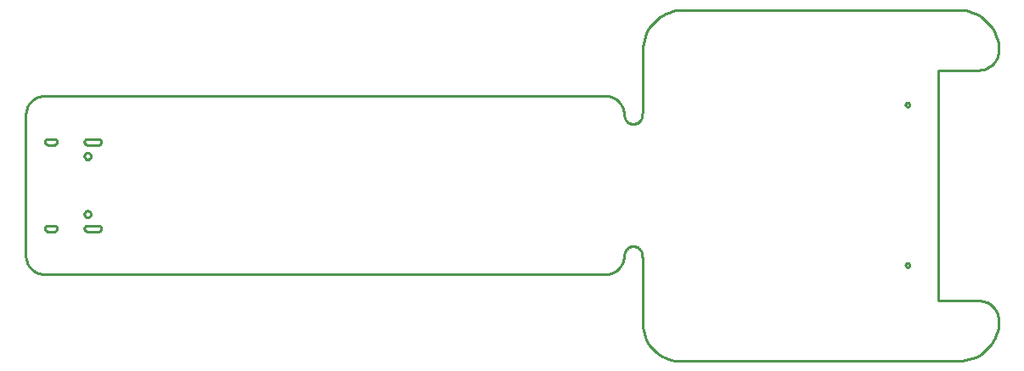
<source format=gbr>
G04 EAGLE Gerber RS-274X export*
G75*
%MOMM*%
%FSLAX34Y34*%
%LPD*%
%IN*%
%IPPOS*%
%AMOC8*
5,1,8,0,0,1.08239X$1,22.5*%
G01*
%ADD10C,0.254000*%


D10*
X-298450Y-69850D02*
X-298378Y-71510D01*
X-298161Y-73158D01*
X-297801Y-74781D01*
X-297301Y-76365D01*
X-296665Y-77901D01*
X-295898Y-79375D01*
X-295005Y-80777D01*
X-293993Y-82095D01*
X-292870Y-83320D01*
X-291645Y-84443D01*
X-290327Y-85455D01*
X-288925Y-86348D01*
X-287451Y-87115D01*
X-285915Y-87751D01*
X-284331Y-88251D01*
X-282708Y-88611D01*
X-281060Y-88828D01*
X-279400Y-88900D01*
X279400Y-88900D01*
X281060Y-88828D01*
X282708Y-88611D01*
X284331Y-88251D01*
X285915Y-87751D01*
X287451Y-87115D01*
X288925Y-86348D01*
X290327Y-85455D01*
X291645Y-84443D01*
X292870Y-83320D01*
X293993Y-82095D01*
X295005Y-80777D01*
X295898Y-79375D01*
X296665Y-77901D01*
X297301Y-76365D01*
X297801Y-74781D01*
X298161Y-73158D01*
X298378Y-71510D01*
X298450Y-69850D01*
X298484Y-69075D01*
X298585Y-68306D01*
X298753Y-67549D01*
X298986Y-66809D01*
X299283Y-66093D01*
X299641Y-65405D01*
X300058Y-64751D01*
X300530Y-64136D01*
X301054Y-63564D01*
X301626Y-63040D01*
X302241Y-62568D01*
X302895Y-62151D01*
X303583Y-61793D01*
X304299Y-61496D01*
X305039Y-61263D01*
X305796Y-61095D01*
X306565Y-60994D01*
X307340Y-60960D01*
X308115Y-60994D01*
X308884Y-61095D01*
X309641Y-61263D01*
X310381Y-61496D01*
X311097Y-61793D01*
X311785Y-62151D01*
X312439Y-62568D01*
X313054Y-63040D01*
X313626Y-63564D01*
X314150Y-64136D01*
X314622Y-64751D01*
X315039Y-65405D01*
X315397Y-66093D01*
X315694Y-66809D01*
X315927Y-67549D01*
X316095Y-68306D01*
X316196Y-69075D01*
X316230Y-69850D01*
X316830Y-73660D01*
X316830Y-135260D01*
X316755Y-138538D01*
X316966Y-141810D01*
X317461Y-145051D01*
X318236Y-148237D01*
X319287Y-151342D01*
X320604Y-154345D01*
X322178Y-157221D01*
X323996Y-159949D01*
X326046Y-162509D01*
X328310Y-164880D01*
X330773Y-167044D01*
X333415Y-168986D01*
X336216Y-170690D01*
X339155Y-172143D01*
X342209Y-173335D01*
X345356Y-174256D01*
X348571Y-174899D01*
X351830Y-175260D01*
X631830Y-175260D01*
X635316Y-175108D01*
X638776Y-174652D01*
X642183Y-173897D01*
X645511Y-172848D01*
X648735Y-171512D01*
X651830Y-169901D01*
X654773Y-168026D01*
X657542Y-165902D01*
X660114Y-163544D01*
X662472Y-160972D01*
X664596Y-158203D01*
X666471Y-155260D01*
X668082Y-152165D01*
X669418Y-148941D01*
X670467Y-145613D01*
X671222Y-142206D01*
X671678Y-138746D01*
X671830Y-135260D01*
X671754Y-133517D01*
X671526Y-131787D01*
X671149Y-130084D01*
X670624Y-128420D01*
X669956Y-126808D01*
X669151Y-125260D01*
X668213Y-123788D01*
X667151Y-122404D01*
X665972Y-121118D01*
X664686Y-119939D01*
X663302Y-118877D01*
X661830Y-117940D01*
X660282Y-117134D01*
X658670Y-116466D01*
X657006Y-115941D01*
X655303Y-115564D01*
X653573Y-115336D01*
X651830Y-115260D01*
X611830Y-115260D01*
X611830Y114740D01*
X651830Y114740D01*
X653573Y114816D01*
X655303Y115044D01*
X657006Y115421D01*
X658670Y115946D01*
X660282Y116614D01*
X661830Y117420D01*
X663302Y118357D01*
X664686Y119419D01*
X665972Y120598D01*
X667151Y121884D01*
X668213Y123268D01*
X669151Y124740D01*
X669956Y126288D01*
X670624Y127900D01*
X671149Y129564D01*
X671526Y131267D01*
X671754Y132997D01*
X671830Y134740D01*
X671678Y138226D01*
X671222Y141686D01*
X670467Y145093D01*
X669418Y148421D01*
X668082Y151645D01*
X666471Y154740D01*
X664596Y157683D01*
X662472Y160452D01*
X660114Y163024D01*
X657542Y165382D01*
X654773Y167506D01*
X651830Y169381D01*
X648735Y170992D01*
X645511Y172328D01*
X642183Y173377D01*
X638776Y174132D01*
X635316Y174588D01*
X631830Y174740D01*
X356830Y174740D01*
X353344Y174588D01*
X349884Y174132D01*
X346477Y173377D01*
X343149Y172328D01*
X339925Y170992D01*
X336830Y169381D01*
X333887Y167506D01*
X331119Y165382D01*
X328546Y163024D01*
X326188Y160452D01*
X324064Y157683D01*
X322189Y154740D01*
X320578Y151645D01*
X319242Y148421D01*
X318193Y145093D01*
X317438Y141686D01*
X316982Y138226D01*
X316830Y134740D01*
X316830Y73660D01*
X316230Y69850D01*
X316196Y69075D01*
X316095Y68306D01*
X315927Y67549D01*
X315694Y66809D01*
X315397Y66093D01*
X315039Y65405D01*
X314622Y64751D01*
X314150Y64136D01*
X313626Y63564D01*
X313054Y63040D01*
X312439Y62568D01*
X311785Y62151D01*
X311097Y61793D01*
X310381Y61496D01*
X309641Y61263D01*
X308884Y61095D01*
X308115Y60994D01*
X307340Y60960D01*
X306565Y60994D01*
X305796Y61095D01*
X305039Y61263D01*
X304299Y61496D01*
X303583Y61793D01*
X302895Y62151D01*
X302241Y62568D01*
X301626Y63040D01*
X301054Y63564D01*
X300530Y64136D01*
X300058Y64751D01*
X299641Y65405D01*
X299283Y66093D01*
X298986Y66809D01*
X298753Y67549D01*
X298585Y68306D01*
X298484Y69075D01*
X298450Y69850D01*
X298378Y71510D01*
X298161Y73158D01*
X297801Y74781D01*
X297301Y76365D01*
X296665Y77901D01*
X295898Y79375D01*
X295005Y80777D01*
X293993Y82095D01*
X292870Y83320D01*
X291645Y84443D01*
X290327Y85455D01*
X288925Y86348D01*
X287451Y87115D01*
X285915Y87751D01*
X284331Y88251D01*
X282708Y88611D01*
X281060Y88828D01*
X279400Y88900D01*
X-279400Y88900D01*
X-281060Y88828D01*
X-282708Y88611D01*
X-284331Y88251D01*
X-285915Y87751D01*
X-287451Y87115D01*
X-288925Y86348D01*
X-290327Y85455D01*
X-291645Y84443D01*
X-292870Y83320D01*
X-293993Y82095D01*
X-295005Y80777D01*
X-295898Y79375D01*
X-296665Y77901D01*
X-297301Y76365D01*
X-297801Y74781D01*
X-298161Y73158D01*
X-298378Y71510D01*
X-298450Y69850D01*
X-298450Y-69850D01*
X-236900Y-46200D02*
X-225900Y-46200D01*
X-225639Y-46189D01*
X-225379Y-46154D01*
X-225124Y-46098D01*
X-224874Y-46019D01*
X-224632Y-45919D01*
X-224400Y-45798D01*
X-224179Y-45657D01*
X-223972Y-45498D01*
X-223779Y-45321D01*
X-223602Y-45128D01*
X-223443Y-44921D01*
X-223302Y-44700D01*
X-223181Y-44468D01*
X-223081Y-44226D01*
X-223002Y-43976D01*
X-222946Y-43721D01*
X-222911Y-43461D01*
X-222900Y-43200D01*
X-222911Y-42939D01*
X-222946Y-42679D01*
X-223002Y-42424D01*
X-223081Y-42174D01*
X-223181Y-41932D01*
X-223302Y-41700D01*
X-223443Y-41479D01*
X-223602Y-41272D01*
X-223779Y-41079D01*
X-223972Y-40902D01*
X-224179Y-40743D01*
X-224400Y-40602D01*
X-224632Y-40481D01*
X-224874Y-40381D01*
X-225124Y-40302D01*
X-225379Y-40246D01*
X-225639Y-40211D01*
X-225900Y-40200D01*
X-236900Y-40200D01*
X-237161Y-40211D01*
X-237421Y-40246D01*
X-237676Y-40302D01*
X-237926Y-40381D01*
X-238168Y-40481D01*
X-238400Y-40602D01*
X-238621Y-40743D01*
X-238828Y-40902D01*
X-239021Y-41079D01*
X-239198Y-41272D01*
X-239357Y-41479D01*
X-239498Y-41700D01*
X-239619Y-41932D01*
X-239719Y-42174D01*
X-239798Y-42424D01*
X-239854Y-42679D01*
X-239889Y-42939D01*
X-239900Y-43200D01*
X-239889Y-43461D01*
X-239854Y-43721D01*
X-239798Y-43976D01*
X-239719Y-44226D01*
X-239619Y-44468D01*
X-239498Y-44700D01*
X-239357Y-44921D01*
X-239198Y-45128D01*
X-239021Y-45321D01*
X-238828Y-45498D01*
X-238621Y-45657D01*
X-238400Y-45798D01*
X-238168Y-45919D01*
X-237926Y-46019D01*
X-237676Y-46098D01*
X-237421Y-46154D01*
X-237161Y-46189D01*
X-236900Y-46200D01*
X-276250Y-46200D02*
X-270050Y-46200D01*
X-269789Y-46189D01*
X-269529Y-46154D01*
X-269274Y-46098D01*
X-269024Y-46019D01*
X-268782Y-45919D01*
X-268550Y-45798D01*
X-268329Y-45657D01*
X-268122Y-45498D01*
X-267929Y-45321D01*
X-267752Y-45128D01*
X-267593Y-44921D01*
X-267452Y-44700D01*
X-267331Y-44468D01*
X-267231Y-44226D01*
X-267152Y-43976D01*
X-267096Y-43721D01*
X-267061Y-43461D01*
X-267050Y-43200D01*
X-267061Y-42939D01*
X-267096Y-42679D01*
X-267152Y-42424D01*
X-267231Y-42174D01*
X-267331Y-41932D01*
X-267452Y-41700D01*
X-267593Y-41479D01*
X-267752Y-41272D01*
X-267929Y-41079D01*
X-268122Y-40902D01*
X-268329Y-40743D01*
X-268550Y-40602D01*
X-268782Y-40481D01*
X-269024Y-40381D01*
X-269274Y-40302D01*
X-269529Y-40246D01*
X-269789Y-40211D01*
X-270050Y-40200D01*
X-276250Y-40200D01*
X-276511Y-40211D01*
X-276771Y-40246D01*
X-277026Y-40302D01*
X-277276Y-40381D01*
X-277518Y-40481D01*
X-277750Y-40602D01*
X-277971Y-40743D01*
X-278178Y-40902D01*
X-278371Y-41079D01*
X-278548Y-41272D01*
X-278707Y-41479D01*
X-278848Y-41700D01*
X-278969Y-41932D01*
X-279069Y-42174D01*
X-279148Y-42424D01*
X-279204Y-42679D01*
X-279239Y-42939D01*
X-279250Y-43200D01*
X-279239Y-43461D01*
X-279204Y-43721D01*
X-279148Y-43976D01*
X-279069Y-44226D01*
X-278969Y-44468D01*
X-278848Y-44700D01*
X-278707Y-44921D01*
X-278548Y-45128D01*
X-278371Y-45321D01*
X-278178Y-45498D01*
X-277971Y-45657D01*
X-277750Y-45798D01*
X-277518Y-45919D01*
X-277276Y-46019D01*
X-277026Y-46098D01*
X-276771Y-46154D01*
X-276511Y-46189D01*
X-276250Y-46200D01*
X-276250Y40200D02*
X-270050Y40200D01*
X-269789Y40211D01*
X-269529Y40246D01*
X-269274Y40302D01*
X-269024Y40381D01*
X-268782Y40481D01*
X-268550Y40602D01*
X-268329Y40743D01*
X-268122Y40902D01*
X-267929Y41079D01*
X-267752Y41272D01*
X-267593Y41479D01*
X-267452Y41700D01*
X-267331Y41932D01*
X-267231Y42174D01*
X-267152Y42424D01*
X-267096Y42679D01*
X-267061Y42939D01*
X-267050Y43200D01*
X-267061Y43461D01*
X-267096Y43721D01*
X-267152Y43976D01*
X-267231Y44226D01*
X-267331Y44468D01*
X-267452Y44700D01*
X-267593Y44921D01*
X-267752Y45128D01*
X-267929Y45321D01*
X-268122Y45498D01*
X-268329Y45657D01*
X-268550Y45798D01*
X-268782Y45919D01*
X-269024Y46019D01*
X-269274Y46098D01*
X-269529Y46154D01*
X-269789Y46189D01*
X-270050Y46200D01*
X-276250Y46200D01*
X-276511Y46189D01*
X-276771Y46154D01*
X-277026Y46098D01*
X-277276Y46019D01*
X-277518Y45919D01*
X-277750Y45798D01*
X-277971Y45657D01*
X-278178Y45498D01*
X-278371Y45321D01*
X-278548Y45128D01*
X-278707Y44921D01*
X-278848Y44700D01*
X-278969Y44468D01*
X-279069Y44226D01*
X-279148Y43976D01*
X-279204Y43721D01*
X-279239Y43461D01*
X-279250Y43200D01*
X-279239Y42939D01*
X-279204Y42679D01*
X-279148Y42424D01*
X-279069Y42174D01*
X-278969Y41932D01*
X-278848Y41700D01*
X-278707Y41479D01*
X-278548Y41272D01*
X-278371Y41079D01*
X-278178Y40902D01*
X-277971Y40743D01*
X-277750Y40602D01*
X-277518Y40481D01*
X-277276Y40381D01*
X-277026Y40302D01*
X-276771Y40246D01*
X-276511Y40211D01*
X-276250Y40200D01*
X-236900Y40200D02*
X-225900Y40200D01*
X-225639Y40211D01*
X-225379Y40246D01*
X-225124Y40302D01*
X-224874Y40381D01*
X-224632Y40481D01*
X-224400Y40602D01*
X-224179Y40743D01*
X-223972Y40902D01*
X-223779Y41079D01*
X-223602Y41272D01*
X-223443Y41479D01*
X-223302Y41700D01*
X-223181Y41932D01*
X-223081Y42174D01*
X-223002Y42424D01*
X-222946Y42679D01*
X-222911Y42939D01*
X-222900Y43200D01*
X-222911Y43461D01*
X-222946Y43721D01*
X-223002Y43976D01*
X-223081Y44226D01*
X-223181Y44468D01*
X-223302Y44700D01*
X-223443Y44921D01*
X-223602Y45128D01*
X-223779Y45321D01*
X-223972Y45498D01*
X-224179Y45657D01*
X-224400Y45798D01*
X-224632Y45919D01*
X-224874Y46019D01*
X-225124Y46098D01*
X-225379Y46154D01*
X-225639Y46189D01*
X-225900Y46200D01*
X-236900Y46200D01*
X-237161Y46189D01*
X-237421Y46154D01*
X-237676Y46098D01*
X-237926Y46019D01*
X-238168Y45919D01*
X-238400Y45798D01*
X-238621Y45657D01*
X-238828Y45498D01*
X-239021Y45321D01*
X-239198Y45128D01*
X-239357Y44921D01*
X-239498Y44700D01*
X-239619Y44468D01*
X-239719Y44226D01*
X-239798Y43976D01*
X-239854Y43721D01*
X-239889Y43461D01*
X-239900Y43200D01*
X-239889Y42939D01*
X-239854Y42679D01*
X-239798Y42424D01*
X-239719Y42174D01*
X-239619Y41932D01*
X-239498Y41700D01*
X-239357Y41479D01*
X-239198Y41272D01*
X-239021Y41079D01*
X-238828Y40902D01*
X-238621Y40743D01*
X-238400Y40602D01*
X-238168Y40481D01*
X-237926Y40381D01*
X-237676Y40302D01*
X-237421Y40246D01*
X-237161Y40211D01*
X-236900Y40200D01*
X-236900Y-46200D02*
X-225900Y-46200D01*
X-225639Y-46189D01*
X-225379Y-46154D01*
X-225124Y-46098D01*
X-224874Y-46019D01*
X-224632Y-45919D01*
X-224400Y-45798D01*
X-224179Y-45657D01*
X-223972Y-45498D01*
X-223779Y-45321D01*
X-223602Y-45128D01*
X-223443Y-44921D01*
X-223302Y-44700D01*
X-223181Y-44468D01*
X-223081Y-44226D01*
X-223002Y-43976D01*
X-222946Y-43721D01*
X-222911Y-43461D01*
X-222900Y-43200D01*
X-222911Y-42939D01*
X-222946Y-42679D01*
X-223002Y-42424D01*
X-223081Y-42174D01*
X-223181Y-41932D01*
X-223302Y-41700D01*
X-223443Y-41479D01*
X-223602Y-41272D01*
X-223779Y-41079D01*
X-223972Y-40902D01*
X-224179Y-40743D01*
X-224400Y-40602D01*
X-224632Y-40481D01*
X-224874Y-40381D01*
X-225124Y-40302D01*
X-225379Y-40246D01*
X-225639Y-40211D01*
X-225900Y-40200D01*
X-236900Y-40200D01*
X-237161Y-40211D01*
X-237421Y-40246D01*
X-237676Y-40302D01*
X-237926Y-40381D01*
X-238168Y-40481D01*
X-238400Y-40602D01*
X-238621Y-40743D01*
X-238828Y-40902D01*
X-239021Y-41079D01*
X-239198Y-41272D01*
X-239357Y-41479D01*
X-239498Y-41700D01*
X-239619Y-41932D01*
X-239719Y-42174D01*
X-239798Y-42424D01*
X-239854Y-42679D01*
X-239889Y-42939D01*
X-239900Y-43200D01*
X-239889Y-43461D01*
X-239854Y-43721D01*
X-239798Y-43976D01*
X-239719Y-44226D01*
X-239619Y-44468D01*
X-239498Y-44700D01*
X-239357Y-44921D01*
X-239198Y-45128D01*
X-239021Y-45321D01*
X-238828Y-45498D01*
X-238621Y-45657D01*
X-238400Y-45798D01*
X-238168Y-45919D01*
X-237926Y-46019D01*
X-237676Y-46098D01*
X-237421Y-46154D01*
X-237161Y-46189D01*
X-236900Y-46200D01*
X-276250Y-46200D02*
X-270050Y-46200D01*
X-269789Y-46189D01*
X-269529Y-46154D01*
X-269274Y-46098D01*
X-269024Y-46019D01*
X-268782Y-45919D01*
X-268550Y-45798D01*
X-268329Y-45657D01*
X-268122Y-45498D01*
X-267929Y-45321D01*
X-267752Y-45128D01*
X-267593Y-44921D01*
X-267452Y-44700D01*
X-267331Y-44468D01*
X-267231Y-44226D01*
X-267152Y-43976D01*
X-267096Y-43721D01*
X-267061Y-43461D01*
X-267050Y-43200D01*
X-267061Y-42939D01*
X-267096Y-42679D01*
X-267152Y-42424D01*
X-267231Y-42174D01*
X-267331Y-41932D01*
X-267452Y-41700D01*
X-267593Y-41479D01*
X-267752Y-41272D01*
X-267929Y-41079D01*
X-268122Y-40902D01*
X-268329Y-40743D01*
X-268550Y-40602D01*
X-268782Y-40481D01*
X-269024Y-40381D01*
X-269274Y-40302D01*
X-269529Y-40246D01*
X-269789Y-40211D01*
X-270050Y-40200D01*
X-276250Y-40200D01*
X-276511Y-40211D01*
X-276771Y-40246D01*
X-277026Y-40302D01*
X-277276Y-40381D01*
X-277518Y-40481D01*
X-277750Y-40602D01*
X-277971Y-40743D01*
X-278178Y-40902D01*
X-278371Y-41079D01*
X-278548Y-41272D01*
X-278707Y-41479D01*
X-278848Y-41700D01*
X-278969Y-41932D01*
X-279069Y-42174D01*
X-279148Y-42424D01*
X-279204Y-42679D01*
X-279239Y-42939D01*
X-279250Y-43200D01*
X-279239Y-43461D01*
X-279204Y-43721D01*
X-279148Y-43976D01*
X-279069Y-44226D01*
X-278969Y-44468D01*
X-278848Y-44700D01*
X-278707Y-44921D01*
X-278548Y-45128D01*
X-278371Y-45321D01*
X-278178Y-45498D01*
X-277971Y-45657D01*
X-277750Y-45798D01*
X-277518Y-45919D01*
X-277276Y-46019D01*
X-277026Y-46098D01*
X-276771Y-46154D01*
X-276511Y-46189D01*
X-276250Y-46200D01*
X-236900Y40200D02*
X-225900Y40200D01*
X-225639Y40211D01*
X-225379Y40246D01*
X-225124Y40302D01*
X-224874Y40381D01*
X-224632Y40481D01*
X-224400Y40602D01*
X-224179Y40743D01*
X-223972Y40902D01*
X-223779Y41079D01*
X-223602Y41272D01*
X-223443Y41479D01*
X-223302Y41700D01*
X-223181Y41932D01*
X-223081Y42174D01*
X-223002Y42424D01*
X-222946Y42679D01*
X-222911Y42939D01*
X-222900Y43200D01*
X-222911Y43461D01*
X-222946Y43721D01*
X-223002Y43976D01*
X-223081Y44226D01*
X-223181Y44468D01*
X-223302Y44700D01*
X-223443Y44921D01*
X-223602Y45128D01*
X-223779Y45321D01*
X-223972Y45498D01*
X-224179Y45657D01*
X-224400Y45798D01*
X-224632Y45919D01*
X-224874Y46019D01*
X-225124Y46098D01*
X-225379Y46154D01*
X-225639Y46189D01*
X-225900Y46200D01*
X-236900Y46200D01*
X-237161Y46189D01*
X-237421Y46154D01*
X-237676Y46098D01*
X-237926Y46019D01*
X-238168Y45919D01*
X-238400Y45798D01*
X-238621Y45657D01*
X-238828Y45498D01*
X-239021Y45321D01*
X-239198Y45128D01*
X-239357Y44921D01*
X-239498Y44700D01*
X-239619Y44468D01*
X-239719Y44226D01*
X-239798Y43976D01*
X-239854Y43721D01*
X-239889Y43461D01*
X-239900Y43200D01*
X-239889Y42939D01*
X-239854Y42679D01*
X-239798Y42424D01*
X-239719Y42174D01*
X-239619Y41932D01*
X-239498Y41700D01*
X-239357Y41479D01*
X-239198Y41272D01*
X-239021Y41079D01*
X-238828Y40902D01*
X-238621Y40743D01*
X-238400Y40602D01*
X-238168Y40481D01*
X-237926Y40381D01*
X-237676Y40302D01*
X-237421Y40246D01*
X-237161Y40211D01*
X-236900Y40200D01*
X-276250Y40200D02*
X-270050Y40200D01*
X-269789Y40211D01*
X-269529Y40246D01*
X-269274Y40302D01*
X-269024Y40381D01*
X-268782Y40481D01*
X-268550Y40602D01*
X-268329Y40743D01*
X-268122Y40902D01*
X-267929Y41079D01*
X-267752Y41272D01*
X-267593Y41479D01*
X-267452Y41700D01*
X-267331Y41932D01*
X-267231Y42174D01*
X-267152Y42424D01*
X-267096Y42679D01*
X-267061Y42939D01*
X-267050Y43200D01*
X-267061Y43461D01*
X-267096Y43721D01*
X-267152Y43976D01*
X-267231Y44226D01*
X-267331Y44468D01*
X-267452Y44700D01*
X-267593Y44921D01*
X-267752Y45128D01*
X-267929Y45321D01*
X-268122Y45498D01*
X-268329Y45657D01*
X-268550Y45798D01*
X-268782Y45919D01*
X-269024Y46019D01*
X-269274Y46098D01*
X-269529Y46154D01*
X-269789Y46189D01*
X-270050Y46200D01*
X-276250Y46200D01*
X-276511Y46189D01*
X-276771Y46154D01*
X-277026Y46098D01*
X-277276Y46019D01*
X-277518Y45919D01*
X-277750Y45798D01*
X-277971Y45657D01*
X-278178Y45498D01*
X-278371Y45321D01*
X-278548Y45128D01*
X-278707Y44921D01*
X-278848Y44700D01*
X-278969Y44468D01*
X-279069Y44226D01*
X-279148Y43976D01*
X-279204Y43721D01*
X-279239Y43461D01*
X-279250Y43200D01*
X-279239Y42939D01*
X-279204Y42679D01*
X-279148Y42424D01*
X-279069Y42174D01*
X-278969Y41932D01*
X-278848Y41700D01*
X-278707Y41479D01*
X-278548Y41272D01*
X-278371Y41079D01*
X-278178Y40902D01*
X-277971Y40743D01*
X-277750Y40602D01*
X-277518Y40481D01*
X-277276Y40381D01*
X-277026Y40302D01*
X-276771Y40246D01*
X-276511Y40211D01*
X-276250Y40200D01*
X-236913Y25650D02*
X-237335Y25706D01*
X-237747Y25816D01*
X-238141Y25979D01*
X-238509Y26192D01*
X-238847Y26451D01*
X-239149Y26753D01*
X-239408Y27091D01*
X-239621Y27459D01*
X-239784Y27853D01*
X-239894Y28265D01*
X-239950Y28687D01*
X-239950Y29113D01*
X-239894Y29535D01*
X-239784Y29947D01*
X-239621Y30341D01*
X-239408Y30709D01*
X-239149Y31047D01*
X-238847Y31349D01*
X-238509Y31608D01*
X-238141Y31821D01*
X-237747Y31984D01*
X-237335Y32094D01*
X-236913Y32150D01*
X-236487Y32150D01*
X-236065Y32094D01*
X-235653Y31984D01*
X-235259Y31821D01*
X-234891Y31608D01*
X-234553Y31349D01*
X-234251Y31047D01*
X-233992Y30709D01*
X-233779Y30341D01*
X-233616Y29947D01*
X-233506Y29535D01*
X-233450Y29113D01*
X-233450Y28687D01*
X-233506Y28265D01*
X-233616Y27853D01*
X-233779Y27459D01*
X-233992Y27091D01*
X-234251Y26753D01*
X-234553Y26451D01*
X-234891Y26192D01*
X-235259Y25979D01*
X-235653Y25816D01*
X-236065Y25706D01*
X-236487Y25650D01*
X-236913Y25650D01*
X-236913Y-32150D02*
X-237335Y-32094D01*
X-237747Y-31984D01*
X-238141Y-31821D01*
X-238509Y-31608D01*
X-238847Y-31349D01*
X-239149Y-31047D01*
X-239408Y-30709D01*
X-239621Y-30341D01*
X-239784Y-29947D01*
X-239894Y-29535D01*
X-239950Y-29113D01*
X-239950Y-28687D01*
X-239894Y-28265D01*
X-239784Y-27853D01*
X-239621Y-27459D01*
X-239408Y-27091D01*
X-239149Y-26753D01*
X-238847Y-26451D01*
X-238509Y-26192D01*
X-238141Y-25979D01*
X-237747Y-25816D01*
X-237335Y-25706D01*
X-236913Y-25650D01*
X-236487Y-25650D01*
X-236065Y-25706D01*
X-235653Y-25816D01*
X-235259Y-25979D01*
X-234891Y-26192D01*
X-234553Y-26451D01*
X-234251Y-26753D01*
X-233992Y-27091D01*
X-233779Y-27459D01*
X-233616Y-27853D01*
X-233506Y-28265D01*
X-233450Y-28687D01*
X-233450Y-29113D01*
X-233506Y-29535D01*
X-233616Y-29947D01*
X-233779Y-30341D01*
X-233992Y-30709D01*
X-234251Y-31047D01*
X-234553Y-31349D01*
X-234891Y-31608D01*
X-235259Y-31821D01*
X-235653Y-31984D01*
X-236065Y-32094D01*
X-236487Y-32150D01*
X-236913Y-32150D01*
X581107Y-77740D02*
X581493Y-77817D01*
X581857Y-77968D01*
X582185Y-78187D01*
X582464Y-78465D01*
X582682Y-78793D01*
X582833Y-79157D01*
X582910Y-79543D01*
X582910Y-79937D01*
X582833Y-80323D01*
X582682Y-80687D01*
X582464Y-81015D01*
X582185Y-81294D01*
X581857Y-81512D01*
X581493Y-81663D01*
X581107Y-81740D01*
X580713Y-81740D01*
X580327Y-81663D01*
X579963Y-81512D01*
X579635Y-81294D01*
X579357Y-81015D01*
X579138Y-80687D01*
X578987Y-80323D01*
X578910Y-79937D01*
X578910Y-79543D01*
X578987Y-79157D01*
X579138Y-78793D01*
X579357Y-78465D01*
X579635Y-78187D01*
X579963Y-77968D01*
X580327Y-77817D01*
X580713Y-77740D01*
X581107Y-77740D01*
X581107Y82260D02*
X581493Y82183D01*
X581857Y82032D01*
X582185Y81814D01*
X582464Y81535D01*
X582682Y81207D01*
X582833Y80843D01*
X582910Y80457D01*
X582910Y80063D01*
X582833Y79677D01*
X582682Y79313D01*
X582464Y78985D01*
X582185Y78707D01*
X581857Y78488D01*
X581493Y78337D01*
X581107Y78260D01*
X580713Y78260D01*
X580327Y78337D01*
X579963Y78488D01*
X579635Y78707D01*
X579357Y78985D01*
X579138Y79313D01*
X578987Y79677D01*
X578910Y80063D01*
X578910Y80457D01*
X578987Y80843D01*
X579138Y81207D01*
X579357Y81535D01*
X579635Y81814D01*
X579963Y82032D01*
X580327Y82183D01*
X580713Y82260D01*
X581107Y82260D01*
M02*

</source>
